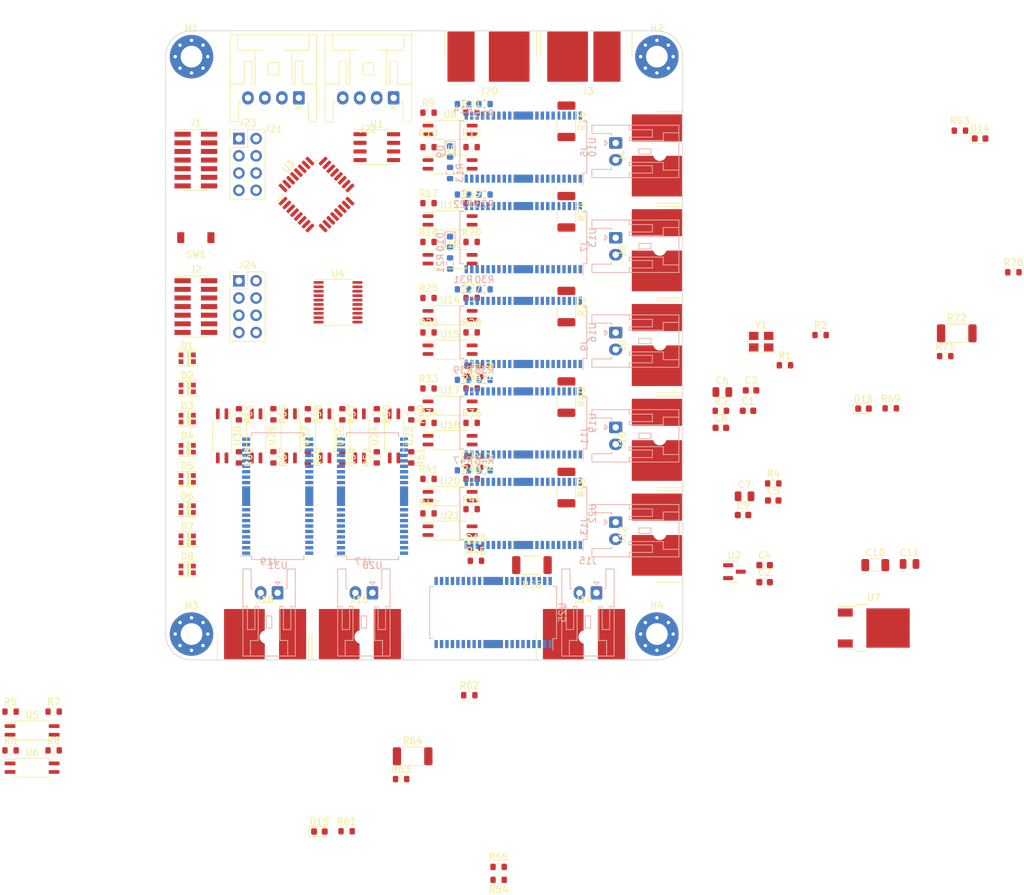
<source format=kicad_pcb>
(kicad_pcb (version 20211014) (generator pcbnew)
  (layers (0 "F.Cu" signal) (31 "B.Cu" signal) (34 "B.Paste" user) (35 "F.Paste" user) (36 "B.SilkS" user "B.Silkscreen") (37 "F.SilkS" user "F.Silkscreen") (38 "B.Mask" user) (39 "F.Mask" user) (44 "Edge.Cuts" user))
  (net 0 "")
  (net 1 "/NRST")
  (net 2 "GND")
  (net 3 "/OSC_IN")
  (net 4 "+5V")
  (net 5 "/OSC_OUT")
  (net 6 "+3V3")
  (net 7 "VCC")
  (net 8 "/NeoPixel")
  (net 9 "Net-(D1-Pad1)")
  (net 12 "/MC1_SWDIO")
  (net 13 "/MC1_SWCLK")
  (net 17 "/MC1_VCP_RX")
  (net 18 "/MC1_VCP_TX")
  (net 21 "/MC2_SWDIO")
  (net 22 "/MC2_SWCLK")
  (net 26 "/MC2_VCP_RX")
  (net 27 "/MC2_VCP_TX")
  (net 28 "Net-(R1-Pad2)")
  (net 29 "/BOOT0")
  (net 30 "/CANH")
  (net 31 "/CANL")
  (net 32 "/CAN_TX")
  (net 33 "/CAN_RX")
  (net 35 "/T2C1_M11")
  (net 36 "/T2C2_M12")
  (net 37 "/T15C1_M51")
  (net 38 "/T15C2_M52")
  (net 39 "/T3C2_M32")
  (net 40 "/ACTIVE1")
  (net 41 "/T3C1_M31")
  (net 42 "/T3C3_M41")
  (net 43 "/T3C4_M42")
  (net 44 "/T2C3_M21")
  (net 45 "/T2C4_M22")
  (net 46 "/ACTIVE2")
  (net 47 "/SPI_sck")
  (net 48 "/SPI_dat")
  (net 51 "/T2C1_M61")
  (net 52 "/T2C2_M62")
  (net 53 "/T2C3_M71")
  (net 54 "/T2C4_M72")
  (net 55 "/T21C2_M82")
  (net 56 "/T21C1_M81")
  (net 57 "+5VP")
  (net 58 "Net-(D4-Pad1)")
  (net 59 "Net-(D6-Pad1)")
  (net 60 "Net-(D7-Pad1)")
  (net 61 "RNF")
  (net 62 "Net-(D9-Pad1)")
  (net 63 "Net-(D9-Pad2)")
  (net 64 "Net-(D10-Pad1)")
  (net 65 "Net-(D10-Pad2)")
  (net 66 "Net-(D11-Pad1)")
  (net 67 "Net-(D11-Pad2)")
  (net 68 "/driver1/OUT1")
  (net 69 "/driver1/OUT2")
  (net 70 "/driver2/OUT1")
  (net 71 "/driver2/OUT2")
  (net 72 "/driver3/OUT1")
  (net 73 "/driver3/OUT2")
  (net 74 "/driver4/OUT1")
  (net 75 "/driver4/OUT2")
  (net 76 "/driver5/OUT1")
  (net 77 "/driver5/OUT2")
  (net 78 "/driver6/OUT1")
  (net 79 "/driver6/OUT2")
  (net 80 "/driver7/OUT1")
  (net 81 "/driver7/OUT2")
  (net 82 "/driver8/OUT1")
  (net 83 "/driver8/OUT2")
  (net 84 "Net-(D2-Pad1)")
  (net 85 "Net-(D3-Pad1)")
  (net 89 "Net-(D12-Pad1)")
  (net 90 "Net-(D12-Pad2)")
  (net 91 "Net-(D13-Pad1)")
  (net 92 "Net-(D13-Pad2)")
  (net 93 "Net-(D14-Pad1)")
  (net 94 "Net-(D14-Pad2)")
  (net 95 "Net-(D15-Pad1)")
  (net 96 "Net-(D15-Pad2)")
  (net 97 "Net-(D16-Pad1)")
  (net 98 "Net-(D16-Pad2)")
  (net 99 "Net-(R4-Pad2)")
  (net 100 "Net-(R6-Pad2)")
  (net 101 "Net-(R10-Pad2)")
  (net 102 "Net-(R14-Pad2)")
  (net 103 "Net-(R18-Pad2)")
  (net 104 "Net-(R22-Pad2)")
  (net 105 "Net-(R26-Pad2)")
  (net 106 "Net-(R30-Pad2)")
  (net 107 "Net-(R34-Pad2)")
  (net 110 "/EN1")
  (net 111 "/EN2")
  (net 112 "GNDPWR")
  (net 113 "Net-(R5-Pad2)")
  (net 114 "Net-(R9-Pad2)")
  (net 115 "/driver1/IN1P")
  (net 116 "/driver1/IN2P")
  (net 117 "Net-(R17-Pad2)")
  (net 118 "/driver2/IN1P")
  (net 119 "/driver2/IN2P")
  (net 120 "Net-(R25-Pad2)")
  (net 121 "/driver3/IN1P")
  (net 122 "/driver3/IN2P")
  (net 123 "Net-(R33-Pad2)")
  (net 124 "/driver4/IN1P")
  (net 125 "/driver4/IN2P")
  (net 126 "Net-(R38-Pad2)")
  (net 127 "Net-(R41-Pad2)")
  (net 128 "Net-(R42-Pad2)")
  (net 129 "/driver5/IN1P")
  (net 130 "/driver5/IN2P")
  (net 131 "Net-(R46-Pad2)")
  (net 132 "Net-(R49-Pad2)")
  (net 133 "Net-(R50-Pad2)")
  (net 134 "/driver6/IN1P")
  (net 135 "/driver6/IN2P")
  (net 136 "Net-(R54-Pad2)")
  (net 137 "Net-(R57-Pad2)")
  (net 138 "Net-(R58-Pad2)")
  (net 139 "/driver7/IN1P")
  (net 140 "/driver7/IN2P")
  (net 141 "Net-(R62-Pad2)")
  (net 142 "Net-(R65-Pad2)")
  (net 143 "Net-(R66-Pad2)")
  (net 144 "/driver8/IN1P")
  (net 145 "/driver8/IN2P")
  (net 146 "Net-(R70-Pad2)")
  (footprint "Connector_T_connector:T_connecter_female_horizontal" (layer "F.Cu") (at 132.08 73.025)
    (fp_text reference "J6")
    (fp_text value "Conn_01x02_Female")
  )
  (footprint "Resistor_SMD:R_0603_1608Metric" (layer "F.Cu") (at 174.568 88.584)
    (fp_text reference "R71")
    (fp_text value "R")
  )
  (footprint "MountingHole:MountingHole_3.2mm_M3_Pad_Via" (layer "F.Cu") (at 63.5 44.45)
    (fp_text reference "H1")
    (fp_text value "MountingHole")
  )
  (footprint "Resistor_SMD:R_0603_1608Metric" (layer "F.Cu") (at 104.775 93.345)
    (fp_text reference "R35")
    (fp_text value "1k")
  )
  (footprint "LED_SMD:LED_0603_1608Metric" (layer "F.Cu") (at 104.14 90.805 -90)
    (fp_text reference "D11")
    (fp_text value "LED")
  )
  (footprint "Resistor_SMD:R_2010_5025Metric" (layer "F.Cu") (at 96.085 147.55)
    (fp_text reference "R64")
    (fp_text value "0.1R 1W")
  )
  (footprint "LED_additional:LED_2020Metric_WS2812C_2.0x2.0mm_P1.0mm" (layer "F.Cu") (at 62.865 93.345)
    (fp_text reference "D2")
    (fp_text value "WS2812C")
  )
  (footprint "LED_SMD:LED_0603_1608Metric" (layer "F.Cu") (at 82.345 158.64)
    (fp_text reference "D15")
    (fp_text value "LED")
  )
  (footprint "Package_QFP:LQFP-32_7x7mm_P0.8mm" (layer "F.Cu") (at 81.915 64.77 45)
    (fp_text reference "U3")
    (fp_text value "STM32F303K8Tx")
  )
  (footprint "Resistor_SMD:R_0603_1608Metric" (layer "F.Cu") (at 98.425 98.425)
    (fp_text reference "R34")
    (fp_text value "330")
  )
  (footprint "Resistor_SMD:R_0603_1608Metric" (layer "F.Cu") (at 75.565 97.155 -90)
    (fp_text reference "R65")
    (fp_text value "330")
  )
  (footprint "Resistor_SMD:R_0603_1608Metric" (layer "F.Cu") (at 106.045 104.14 -90)
    (fp_text reference "R37")
    (fp_text value "10k")
  )
  (footprint "Connector_PinHeader_1.27mm:PinHeader_2x07_P1.27mm_Vertical_SMD" (layer "F.Cu") (at 64.135 81.28)
    (fp_text reference "J2")
    (fp_text value "Conn_02x07_Odd_Even")
  )
  (footprint "Capacitor_SMD:C_0603_1608Metric" (layer "F.Cu") (at 145.952 93.628)
    (fp_text reference "C3")
    (fp_text value "22pF")
  )
  (footprint "Resistor_SMD:R_2010_5025Metric" (layer "F.Cu") (at 118.745 107.95 -90)
    (fp_text reference "R48")
    (fp_text value "0.1R 1W")
  )
  (footprint "Capacitor_SMD:C_0603_1608Metric" (layer "F.Cu") (at 147.955 121.89)
    (fp_text reference "C2")
    (fp_text value "0.1uF")
  )
  (footprint "Package_SO:SOIC-4_4.55x2.6mm_P1.27mm" (layer "F.Cu") (at 101.6 114.3)
    (fp_text reference "U21")
    (fp_text value "TLP291")
  )
  (footprint "Package_SO:TSSOP-20_4.4x6.5mm_P0.65mm" (layer "F.Cu") (at 85.09 80.645)
    (fp_text reference "U4")
    (fp_text value "STM32L010F4P6")
  )
  (footprint "Connector_T_connector:T_connecter_male_horizontal" (layer "F.Cu") (at 121.92 44.45 90)
    (fp_text reference "J3")
    (fp_text value "Conn_01x02_Male")
  )
  (footprint "Resistor_SMD:R_2010_5025Metric" (layer "F.Cu") (at 118.745 67.31 -90)
    (fp_text reference "R24")
    (fp_text value "0.1R 1W")
  )
  (footprint "Connector_T_connector:T_connecter_female_horizontal" (layer "F.Cu") (at 74.295 129.54 -90)
    (fp_text reference "J18")
    (fp_text value "Conn_01x02_Female")
  )
  (footprint "Resistor_SMD:R_0603_1608Metric" (layer "F.Cu") (at 95.885 103.505 -90)
    (fp_text reference "R51")
    (fp_text value "1k")
  )
  (footprint "Resistor_SMD:R_0603_1608Metric" (layer "F.Cu") (at 75.565 103.505 -90)
    (fp_text reference "R67")
    (fp_text value "1k")
  )
  (footprint "Capacitor_SMD:C_0603_1608Metric" (layer "F.Cu") (at 144.775 111.995)
    (fp_text reference "C9")
    (fp_text value "0.1uF")
  )
  (footprint "Connector_PinHeader_2.54mm:PinHeader_2x04_P2.54mm_Vertical" (layer "F.Cu") (at 70.48 56.525)
    (fp_text reference "J23")
    (fp_text value "Conn_02x04_Odd_Even")
  )
  (footprint "MountingHole:MountingHole_3.2mm_M3_Pad_Via" (layer "F.Cu") (at 132.08 129.54)
    (fp_text reference "H4")
    (fp_text value "MountingHole")
  )
  (footprint "Resistor_SMD:R_0603_1608Metric" (layer "F.Cu") (at 94.385 150.91)
    (fp_text reference "R63")
    (fp_text value "R")
  )
  (footprint "Resistor_SMD:R_0603_1608Metric" (layer "F.Cu") (at 43.18 146.685)
    (fp_text reference "R8")
    (fp_text value "1k")
  )
  (footprint "Capacitor_SMD:C_1206_3216Metric" (layer "F.Cu") (at 164.26 119.38)
    (fp_text reference "C10")
    (fp_text value "10uF")
  )
  (footprint "Resistor_SMD:R_2010_5025Metric" (layer "F.Cu") (at 118.745 94.615 -90)
    (fp_text reference "R40")
    (fp_text value "0.1R 1W")
  )
  (footprint "Resistor_SMD:R_0603_1608Metric" (layer "F.Cu") (at 184.618 76.224)
    (fp_text reference "R70")
    (fp_text value "R")
  )
  (footprint "LED_additional:LED_2020Metric_WS2812C_2.0x2.0mm_P1.0mm" (layer "F.Cu") (at 62.865 106.68)
    (fp_text reference "D5")
    (fp_text value "WS2812C")
  )
  (footprint "Resistor_SMD:R_0603_1608Metric" (layer "F.Cu") (at 98.425 93.345)
    (fp_text reference "R33")
    (fp_text value "330")
  )
  (footprint "Resistor_SMD:R_0603_1608Metric" (layer "F.Cu") (at 85.725 103.505 -90)
    (fp_text reference "R59")
    (fp_text value "1k")
  )
  (footprint "Connector_T_connector:T_connecter_female_horizontal" (layer "F.Cu") (at 88.265 129.54 -90)
    (fp_text reference "J16")
    (fp_text value "Conn_01x02_Female")
  )
  (footprint "MountingHole:MountingHole_3.2mm_M3_Pad_Via" (layer "F.Cu") (at 63.5 129.54)
    (fp_text reference "H3")
    (fp_text value "MountingHole")
  )
  (footprint "Connector_T_connector:T_connecter_female_horizontal" (layer "F.Cu") (at 107.315 44.45 90)
    (fp_text reference "J20")
    (fp_text value "Conn_01x02_Female")
  )
  (footprint "Package_SO:SOIC-4_4.55x2.6mm_P1.27mm" (layer "F.Cu") (at 40.005 143.74)
    (fp_text reference "U5")
    (fp_text value "TLP291")
  )
  (footprint "Capacitor_SMD:C_0805_2012Metric" (layer "F.Cu") (at 141.722 93.878)
    (fp_text reference "C6")
    (fp_text value "10uF")
  )
  (footprint "Package_SO:SOIC-4_4.55x2.6mm_P1.27mm" (layer "F.Cu") (at 101.6 60.325)
    (fp_text reference "U9")
    (fp_text value "TLP291")
  )
  (footprint "Resistor_SMD:R_2010_5025Metric" (layer "F.Cu") (at 113.665 119.38 180)
    (fp_text reference "R56")
    (fp_text value "0.1R 1W")
  )
  (footprint "Connector_JST:JST_XA_S04B-XASK-1_1x04_P2.50mm_Horizontal" (layer "F.Cu") (at 79.315 50.525 180)
    (fp_text reference "J21")
    (fp_text value "Conn_01x04_Female")
  )
  (footprint "LED_additional:LED_2020Metric_WS2812C_2.0x2.0mm_P1.0mm" (layer "F.Cu") (at 62.865 111.125)
    (fp_text reference "D6")
    (fp_text value "WS2812C")
  )
  (footprint "Resistor_SMD:R_0603_1608Metric" (layer "F.Cu") (at 98.425 71.755)
    (fp_text reference "R18")
    (fp_text value "330")
  )
  (footprint "Package_SO:SOIC-4_4.55x2.6mm_P1.27mm" (layer "F.Cu") (at 83.185 100.33 -90)
    (fp_text reference "U26")
    (fp_text value "TLP291")
  )
  (footprint "Resistor_SMD:R_0603_1608Metric" (layer "F.Cu") (at 104.775 66.04)
    (fp_text reference "R19")
    (fp_text value "1k")
  )
  (footprint "Package_TO_SOT_SMD:SOT-23" (layer "F.Cu") (at 143.505 120.35)
    (fp_text reference "U2")
    (fp_text value "MCP1792-3302H")
  )
  (footprint "Resistor_SMD:R_0603_1608Metric" (layer "F.Cu") (at 150.952 89.928)
    (fp_text reference "R1")
    (fp_text value "10kR")
  )
  (footprint "Resistor_SMD:R_0603_1608Metric" (layer "F.Cu") (at 98.425 57.785)
    (fp_text reference "R10")
    (fp_text value "330")
  )
  (footprint "LED_additional:LED_2020Metric_WS2812C_2.0x2.0mm_P1.0mm" (layer "F.Cu") (at 62.865 115.57)
    (fp_text reference "D7")
    (fp_text value "WS2812C")
  )
  (footprint "LED_additional:LED_2020Metric_WS2812C_2.0x2.0mm_P1.0mm" (layer "F.Cu") (at 62.865 120.015)
    (fp_text reference "D8")
    (fp_text value "WS2812C")
  )
  (footprint "LED_SMD:LED_0603_1608Metric" (layer "F.Cu") (at 105.41 116.84)
    (fp_text reference "D13")
    (fp_text value "LED")
  )
  (footprint "Package_SO:SOIC-4_4.55x2.6mm_P1.27mm" (layer "F.Cu") (at 93.345 100.33 -90)
    (fp_text reference "U23")
    (fp_text value "TLP291")
  )
  (footprint "Resistor_SMD:R_0603_1608Metric" (layer "F.Cu") (at 36.83 146.685)
    (fp_text reference "R6")
    (fp_text value "330")
  )
  (footprint "Resistor_SMD:R_0603_1608Metric" (layer "F.Cu") (at 98.425 80.01)
    (fp_text reference "R25")
    (fp_text value "330")
  )
  (footprint "Resistor_SMD:R_0603_1608Metric" (layer "F.Cu") (at 70.485 97.155 -90)
    (fp_text reference "R66")
    (fp_text value "330")
  )
  (footprint "LED_additional:LED_2020Metric_WS2812C_2.0x2.0mm_P1.0mm" (layer "F.Cu") (at 62.865 102.235)
    (fp_text reference "D4")
    (fp_text value "WS2812C")
  )
  (footprint "Package_SO:SOIC-4_4.55x2.6mm_P1.27mm" (layer "F.Cu") (at 40.005 149.225)
    (fp_text reference "U6")
    (fp_text value "TLP291")
  )
  (footprint "Resistor_SMD:R_0603_1608Metric" (layer "F.Cu") (at 98.425 85.09)
    (fp_text reference "R26")
    (fp_text value "330")
  )
  (footprint "Capacitor_SMD:C_0603_1608Metric" (layer "F.Cu") (at 149.225 109.855)
    (fp_text reference "C5")
    (fp_text value "22pF")
  )
  (footprint "Resistor_SMD:R_0603_1608Metric" (layer "F.Cu") (at 104.775 71.755)
    (fp_text reference "R20")
    (fp_text value "1k")
  )
  (footprint "Resistor_SMD:R_0603_1608Metric" (layer "F.Cu") (at 90.805 97.155 -90)
    (fp_text reference "R50")
    (fp_text value "330")
  )
  (footprint "Resistor_SMD:R_0603_1608Metric" (layer "F.Cu") (at 80.645 103.505 -90)
    (fp_text reference "R60")
    (fp_text value "1k")
  )
  (footprint "Connector_T_connector:T_connecter_female_horizontal" (layer "F.Cu") (at 132.08 114.935)
    (fp_text reference "J12")
    (fp_text value "Conn_01x02_Female")
  )
  (footprint "Resistor_SMD:R_2010_5025Metric" (layer "F.Cu") (at 118.745 53.975 -90)
    (fp_text reference "R16")
    (fp_text value "0.1R 1W")
  )
  (footprint "Resistor_SMD:R_0603_1608Metric" (layer "F.Cu") (at 104.775 52.705)
    (fp_text reference "R11")
    (fp_text value "1k")
  )
  (footprint "Resistor_SMD:R_0603_1608Metric" (layer "F.Cu") (at 85.725 97.155 -90)
    (fp_text reference "R57")
    (fp_text value "330")
  )
  (footprint "Resistor_SMD:R_0603_1608Metric" (layer "F.Cu") (at 98.425 52.705)
    (fp_text reference "R9")
    (fp_text value "330")
  )
  (footprint "Connector_T_connector:T_connecter_female_horizontal" (layer "F.Cu") (at 121.285 129.54 -90)
    (fp_text reference "J14")
    (fp_text value "Conn_01x02_Female")
  )
  (footprint "Resistor_SMD:R_2010_5025Metric" (layer "F.Cu") (at 176.268 85.224)
    (fp_text reference "R72")
    (fp_text value "0.1R 1W")
  )
  (footprint "Connector_T_connector:T_connecter_female_horizontal" (layer "F.Cu") (at 132.08 59.055)
    (fp_text reference "J4")
    (fp_text value "Conn_01x02_Female")
  )
  (footprint "Package_SO:SOIC-4_4.55x2.6mm_P1.27mm" (layer "F.Cu") (at 101.6 74.295)
    (fp_text reference "U12")
    (fp_text value "TLP291")
  )
  (footprint "Resistor_SMD:R_0603_1608Metric" (layer "F.Cu") (at 156.202 85.478)
    (fp_text reference "R2")
    (fp_text value "10kR")
  )
  (footprint "Capacitor_SMD:C_0603_1608Metric" (layer "F.Cu") (at 141.502 99.148)
    (fp_text reference "C8")
    (fp_text value "0.1uF")
  )
  (footprint "Package_SO:SOIC-4_4.55x2.6mm_P1.27mm" (layer "F.Cu") (at 101.6 109.22)
    (fp_text reference "U20")
    (fp_text value "TLP291")
  )
  (footprint "LED_SMD:LED_0603_1608Metric" (layer "F.Cu") (at 162.528 96.314)
    (fp_text reference "D16")
    (fp_text value "LED")
  )
  (footprint "MountingHole:MountingHole_3.2mm_M3_Pad_Via" (layer "F.Cu") (at 132.08 44.45)
    (fp_text reference "H2")
    (fp_text value "MountingHole")
  )
  (footprint "Connector_T_connector:T_connecter_female_horizontal" (layer "F.Cu") (at 132.08 86.995)
    (fp_text reference "J8")
    (fp_text value "Conn_01x02_Female")
  )
  (footprint "Resistor_SMD:R_0603_1608Metric" (layer "F.Cu") (at 90.805 103.505 90)
    (fp_text reference "R52")
    (fp_text value "1k")
  )
  (footprint "Crystal:Crystal_SMD_3225-4Pin_3.2x2.5mm" (layer "F.Cu") (at 147.452 86.448)
    (fp_text reference "Y1")
    (fp_text value "16MHz")
  )
  (footprint "Resistor_SMD:R_0603_1608Metric" (layer "F.Cu") (at 105.41 118.745)
    (fp_text reference "R45")
    (fp_text value "10k")
  )
  (footprint "Connector_PinHeader_2.54mm:PinHeader_2x04_P2.54mm_Vertical" (layer "F.Cu") (at 70.48 77.48)
    (fp_text reference "J24")
    (fp_text value "Conn_02x04_Odd_Even")
  )
  (footprint "Connector_PinHeader_1.27mm:PinHeader_2x07_P1.27mm_Vertical_SMD" (layer "F.Cu") (at 64.135 59.69)
    (fp_text reference "J1")
    (fp_text value "Conn_02x07_Odd_Even")
  )
  (footprint "Capacitor_SMD:C_0603_1608Metric" (layer "F.Cu") (at 147.955 119.38)
    (fp_text reference "C4")
    (fp_text value "0.1uF")
  )
  (footprint "Resistor_SMD:R_0603_1608Metric" (layer "F.Cu") (at 104.775 80.01)
    (fp_text reference "R27")
    (fp_text value "1k")
  )
  (footprint "Resistor_SMD:R_0603_1608Metric" (layer "F.Cu") (at 104.775 106.68)
    (fp_text reference "R43")
    (fp_text value "1k")
  )
  (footprint "Resistor_SMD:R_2010_5025Metric" (layer "F.Cu") (at 118.745 81.28 -90)
    (fp_text reference "R32")
    (fp_text value "0.1R 1W")
  )
  (footprint "Package_SO:SOIC-4_4.55x2.6mm_P1.27mm" (layer "F.Cu") (at 101.6 100.965)
    (fp_text reference "U18")
    (fp_text value "TLP291")
  )
  (footprint "Button_Switch_additional:TVAF06-A020B-R" (layer "F.Cu") (at 64.135 71.12 -90)
    (fp_text reference "SW1")
    (fp_text value "SW_Push")
  )
  (footprint "Resistor_SMD:R_0603_1608Metric" (layer "F.Cu") (at 106.045 90.805 -90)
    (fp_text reference "R29")
    (fp_text value "10k")
  )
  (footprint "Resistor_SMD:R_0603_1608Metric" (layer "F.Cu") (at 108.755 165.755 180)
    (fp_text reference "R54")
    (fp_text value "R")
  )
  (footprint "Resistor_SMD:R_0603_1608Metric" (layer "F.Cu") (at 70.485 103.505 -90)
    (fp_text reference "R68")
    (fp_text value "1k")
  )
  (footprint "Package_SO:SOIC-4_4.55x2.6mm_P1.27mm" (layer "F.Cu") (at 101.6 82.55)
    (fp_text reference "U14")
    (fp_text value "TLP291")
  )
  (footprint "Package_SO:SOIC-4_4.55x2.6mm_P1.27mm" (layer "F.Cu") (at 88.265 100.33 -90)
    (fp_text reference "U24")
    (fp_text value "TLP291")
  )
  (footprint "Package_SO:SOIC-8_3.9x4.9mm_P1.27mm" (layer "F.Cu") (at 90.805 57.785)
    (fp_text reference "U1")
    (fp_text value "MCP2551-I-SN")
  )
  (footprint "Resistor_SMD:R_0603_1608Metric" (layer "F.Cu") (at 98.425 111.76)
    (fp_text reference "R42")
    (fp_text value "330")
  )
  (footprint "LED_SMD:LED_0603_1608Metric" (layer "F.Cu") (at 104.14 104.14 -90)
    (fp_text reference "D12")
    (fp_text value "LED")
  )
  (footprint "Resistor_SMD:R_0603_1608Metric" (layer "F.Cu") (at 43.18 140.97)
    (fp_text reference "R7")
    (fp_text value "1k")
  )
  (footprint "Resistor_SMD:R_0603_1608Metric" (layer "F.Cu") (at 176.735 55.355)
    (fp_text reference "R53")
    (fp_text value "10k")
  )
  (footprint "Package_SO:SOIC-4_4.55x2.6mm_P1.27mm" (layer "F.Cu") (at 68.01 100.33 -90)
    (fp_text reference "U30")
    (fp_text value "TLP291")
  )
  (footprint "Resistor_SMD:R_0603_1608Metric" (layer "F.Cu") (at 95.885 97.155 -90)
    (fp_text reference "R49")
    (fp_text value "330")
  )
  (footprint "Resistor_SMD:R_0603_1608Metric" (layer "F.Cu") (at 166.538 96.274)
    (fp_text reference "R69")
    (fp_text value "10k")
  )
  (footprint "Resistor_SMD:R_0603_1608Metric" (layer "F.Cu") (at 104.775 57.785)
    (fp_text reference "R12")
    (fp_text value "1k")
  )
  (footprint "Package_TO_SOT_SMD:TO-252-2" (layer "F.Cu") (at 164.04 128.65)
    (fp_text reference "U7")
    (fp_text value "L7805")
  )
  (footprint "Package_SO:SOIC-4_4.55x2.6mm_P1.27mm" (layer "F.Cu") (at 101.6 95.885)
    (fp_text reference "U17")
    (fp_text value "TLP291")
  )
  (footprint "Package_SO:SOIC-4_4.55x2.6mm_P1.27mm" (layer "F.Cu") (at 101.6 87.63)
    (fp_text reference "U15")
    (fp_text value "TLP291")
  )
  (footprint "Resistor_SMD:R_0603_1608Metric" (layer "F.Cu") (at 98.425 66.04)
    (fp_text reference "R17")
    (fp_text value "330")
  )
  (footprint "Capacitor_SMD:C_0805_2012Metric" (layer "F.Cu") (at 169.31 119.21)
    (fp_text reference "C11")
    (fp_text value "10uF")
  )
  (footprint "Package_SO:SOIC-4_4.55x2.6mm_P1.27mm" (layer "F.Cu") (at 101.6 55.245)
    (fp_text reference "U8")
    (fp_text value "TLP291")
  )
  (footprint "Resistor_SMD:R_0603_1608Metric" (layer "F.Cu") (at 98.425 106.68)
    (fp_text reference "R41")
    (fp_text value "330")
  )
  (footprint "Resistor_SMD:R_0603_1608Metric" (layer "F.Cu") (at 104.775 85.09)
    (fp_text reference "R28")
    (fp_text value "1k")
  )
  (footprint "Resistor_SMD:R_0603_1608Metric" (layer "F.Cu") (at 80.645 97.155 -90)
    (fp_text reference "R58")
    (fp_text value "330")
  )
  (footprint "Resistor_SMD:R_0603_1608Metric" (layer "F.Cu") (at 141.502 96.638)
    (fp_text reference "R3")
    (fp_text value "120R")
  )
  (footprint "Package_SO:SOIC-4_4.55x2.6mm_P1.27mm" (layer "F.Cu") (at 73.025 100.33 -90)
    (fp_text reference "U29")
    (fp_text value "TLP291")
  )
  (footprint "Capacitor_SMD:C_0805_2012Metric" (layer "F.Cu") (at 144.995 109.235)
    (fp_text reference "C7")
    (fp_text value "10uF")
  )
  (footprint "Resistor_SMD:R_0603_1608Metric" (layer "F.Cu") (at 104.435 138.55)
    (fp_text reference "R62")
    (fp_text value "R")
  )
  (footprint "Resistor_SMD:R_0603_1608Metric" (layer "F.Cu") (at 86.355 158.6)
    (fp_text reference "R61")
    (fp_text value "10k")
  )
  (footprint "Resistor_SMD:R_0603_1608Metric" (layer "F.Cu") (at 36.83 140.97)
    (fp_text reference "R5")
    (fp_text value "330")
  )
  (footprint "Package_SO:SOIC-4_4.55x2.6mm_P1.27mm" (layer "F.Cu") (at 101.6 68.58)
    (fp_text reference "U11")
    (fp_text value "TLP291")
  )
  (footprint "Capacitor_SMD:C_0603_1608Metric" (layer "F.Cu") (at 145.512 96.638)
    (fp_text reference "C1")
    (fp_text value "0.1uF")
  )
  (footprint "Connector_T_connector:T_connecter_female_horizontal" (layer "F.Cu") (at 132.08 100.965)
    (fp_text reference "J10")
    (fp_text value "Conn_01x02_Female")
  )
  (footprint "Connector_JST:JST_XA_S04B-XASK-1_1x04_P2.50mm_Horizontal" (layer "F.Cu") (at 93.285 50.525 180)
    (fp_text reference "J22")
    (fp_text value "Conn_01x04_Female")
  )
  (footprint "Resistor_SMD:R_0603_1608Metric" (layer "F.Cu") (at 108.755 163.85)
    (fp_text reference "R55")
    (fp_text value "R")
  )
  (footprint "Resistor_SMD:R_0603_1608Metric" (layer "F.Cu") (at 104.775 111.125)
    (fp_text reference "R44")
    (fp_text value "1k")
  )
  (footprint "Resistor_SMD:R_0603_1608Metric" (layer "F.Cu") (at 104.775 98.425)
    (fp_text reference "R36")
    (fp_text value "1k")
  )
  (footprint "Package_SO:SOIC-4_4.55x2.6mm_P1.27mm" (layer "F.Cu") (at 78.105 100.33 -90)
    (fp_text reference "U27")
    (fp_text value "TLP291")
  )
  (footprint "LED_additional:LED_2020Metric_WS2812C_2.0x2.0mm_P1.0mm" (layer "F.Cu") (at 62.865 88.9)
    (fp_text reference "D1")
    (fp_text value "WS2812C")
  )
  (footprint "Resistor_SMD:R_0603_1608Metric" (layer "F.Cu") (at 149.225 107.345)
    (fp_text reference "R4")
    (fp_text value "10kR")
  )
  (footprint "LED_additional:LED_2020Metric_WS2812C_2.0x2.0mm_P1.0mm" (layer "F.Cu") (at 62.865 97.79)
    (fp_text reference "D3")
    (fp_text value "WS2812C")
  )
  (footprint "LED_SMD:LED_0603_1608Metric" (layer "F.Cu") (at 179.705 56.515)
    (fp_text reference "D14")
    (fp_text value "LED")
  )
  (footprint "Connector_JST:JST_XA_S02B-XASK-1_1x02_P2.50mm_Horizontal" (layer "B.Cu") (at 76.18 123.465 180)
    (fp_text reference "J19")
    (fp_text value "Conn_01x02_Female")
  )
  (footprint "Resistor_SMD:R_0603_1608Metric" (layer "B.Cu") (at 103.505 92.075 180)
    (fp_text reference "R39")
    (fp_text value "R")
  )
  (footprint "Resistor_SMD:R_0603_1608Metric" (layer "B.Cu") (at 103.505 78.74 180)
    (fp_text reference "R31")
    (fp_text value "R")
  )
  (footprint "Resistor_SMD:R_0603_1608Metric" (layer "B.Cu") (at 106.68 105.41 180)
    (fp_text reference "R46")
    (fp_text value "R")
  )
  (footprint "Connector_JST:JST_XA_S02B-XASK-1_1x02_P2.50mm_Horizontal" (layer "B.Cu") (at 123.17 123.465 180)
    (fp_text reference "J15")
    (fp_text value "Conn_01x02_Female")
  )
  (footprint "Resistor_SMD:R_0603_1608Metric" (layer "B.Cu") (at 103.505 51.435)
    (fp_text reference "R14")
    (fp_text value "R")
  )
  (footprint "Package_SO_additional:Rohm_HSOP-M36_7.5x18.5mm_P0.8mm" (layer "B.Cu") (at 112.395 71.12 90)
    (fp_text reference "U13")
    (fp_text value "BD63130AFM")
  )
  (footprint "Resistor_SMD:R_0603_1608Metric" (layer "B.Cu") (at 106.68 78.74 180)
    (fp_text reference "R30")
    (fp_text value "R")
  )
  (footprint "Resistor_SMD:R_0603_1608Metric" (layer "B.Cu") (at 103.505 105.41 180)
    (fp_text reference "R47")
    (fp_text value "R")
  )
  (footprint "Resistor_SMD:R_0603_1608Metric" (layer "B.Cu") (at 106.68 92.075 180)
    (fp_text reference "R38")
    (fp_text value "R")
  )
  (footprint "Connector_JST:JST_XA_S02B-XASK-1_1x02_P2.50mm_Horizontal" (layer "B.Cu") (at 126.005 99.08 -90)
    (fp_text reference "J11")
    (fp_text value "Conn_01x02_Female")
  )
  (footprint "Resistor_SMD:R_0603_1608Metric" (layer "B.Cu") (at 106.68 51.435)
    (fp_text reference "R15")
    (fp_text value "R")
  )
  (footprint "Package_SO_additional:Rohm_HSOP-M36_7.5x18.5mm_P0.8mm" (layer "B.Cu") (at 112.395 111.76 90)
    (fp_text reference "U22")
    (fp_text value "BD63130AFM")
  )
  (footprint "Connector_JST:JST_XA_S02B-XASK-1_1x02_P2.50mm_Horizontal" (layer "B.Cu") (at 126.005 57.17 -90)
    (fp_text reference "J5")
    (fp_text value "Conn_01x02_Female")
  )
  (footprint "Package_SO_additional:Rohm_HSOP-M36_7.5x18.5mm_P0.8mm" (layer "B.Cu") (at 76.2 109.22)
    (fp_text reference "U31")
    (fp_text value "BD63130AFM")
  )
  (footprint "Connector_JST:JST_XA_S02B-XASK-1_1x02_P2.50mm_Horizontal" (layer "B.Cu") (at 90.15 123.465 180)
    (fp_text reference "J17")
    (fp_text value "Conn_01x02_Female")
  )
  (footprint "LED_SMD:LED_0603_1608Metric" (layer "B.Cu") (at 101.6 71.755 -90)
    (fp_text reference "D10")
    (fp_text value "LED")
  )
  (footprint "Connector_JST:JST_XA_S02B-XASK-1_1x02_P2.50mm_Horizontal" (layer "B.Cu") (at 126.005 71.14 -90)
    (fp_text reference "J7")
    (fp_text value "Conn_01x02_Female")
  )
  (footprint "Resistor_SMD:R_0603_1608Metric" (layer "B.Cu") (at 101.6 74.93 -90)
    (fp_text reference "R21")
    (fp_text value "10k")
  )
  (footprint "LED_SMD:LED_0603_1608Metric" (layer "B.Cu") (at 101.6 58.42 -90)
    (fp_text reference "D9")
    (fp_text value "LED")
  )
  (footprint "Package_SO_additional:Rohm_HSOP-M36_7.5x18.5mm_P0.8mm" (layer "B.Cu") (at 112.395 85.09 90)
    (fp_text reference "U16")
    (fp_text value "BD63130AFM")
  )
  (footprint "Resistor_SMD:R_0603_1608Metric" (layer "B.Cu") (at 103.505 64.77)
    (fp_text reference "R22")
    (fp_text value "R")
  )
  (footprint "Package_SO_additional:Rohm_HSOP-M36_7.5x18.5mm_P0.8mm" (layer "B.Cu") (at 112.395 98.425 90)
    (fp_text reference "U19")
    (fp_text value "BD63130AFM")
  )
  (footprint "Package_SO_additional:Rohm_HSOP-M36_7.5x18.5mm_P0.8mm" (layer "B.Cu") (at 107.95 126.365 90)
    (fp_text reference "U25")
    (fp_text value "BD63130AFM")
  )
  (footprint "Package_SO_additional:Rohm_HSOP-M36_7.5x18.5mm_P0.8mm" (layer "B.Cu") (at 90.17 109.22)
    (fp_text reference "U28")
    (fp_text value "BD63130AFM")
  )
  (footprint "Connector_JST:JST_XA_S02B-XASK-1_1x02_P2.50mm_Horizontal" (layer "B.Cu") (at 126.005 85.11 -90)
    (fp_text reference "J9")
    (fp_text value "Conn_01x02_Female")
  )
  (footprint "Resistor_SMD:R_0603_1608Metric" (layer "B.Cu") (at 106.68 64.77)
    (fp_text reference "R23")
    (fp_text value "R")
  )
  (footprint "Package_SO_additional:Rohm_HSOP-M36_7.5x18.5mm_P0.8mm" (layer "B.Cu") (at 112.395 57.785 90)
    (fp_text reference "U10")
    (fp_text value "BD63130AFM")
  )
  (footprint "Resistor_SMD:R_0603_1608Metric" (layer "B.Cu") (at 101.6 61.595 90)
    (fp_text reference "R13")
    (fp_text value "10k")
  )
  (footprint "Connector_JST:JST_XA_S02B-XASK-1_1x02_P2.50mm_Horizontal" (layer "B.Cu") (at 126.005 113.05 -90)
    (fp_text reference "J13")
    (fp_text value "Conn_01x02_Female")
  )
  (gr_line (start 59.69 129.54) (end 59.69 44.45) (layer "Edge.Cuts") (width 0.1))
  (gr_line (start 63.5 40.64) (end 132.08 40.64) (layer "Edge.Cuts") (width 0.1))
  (gr_arc (start 63.5 133.35) (mid 60.805923 132.234077) (end 59.69 129.54) (layer "Edge.Cuts") (width 0.1))
  (gr_line (start 135.89 44.45) (end 135.89 129.54) (layer "Edge.Cuts") (width 0.1))
  (gr_arc (start 132.08 40.64) (mid 134.774077 41.755923) (end 135.89 44.45) (layer "Edge.Cuts") (width 0.1))
  (gr_arc (start 135.89 129.54) (mid 134.774077 132.234077) (end 132.08 133.35) (layer "Edge.Cuts") (width 0.1))
  (gr_arc (start 59.69 44.45) (mid 60.805923 41.755923) (end 63.5 40.64) (layer "Edge.Cuts") (width 0.1))
  (gr_line (start 132.08 133.35) (end 63.5 133.35) (layer "Edge.Cuts") (width 0.1))
)
</source>
